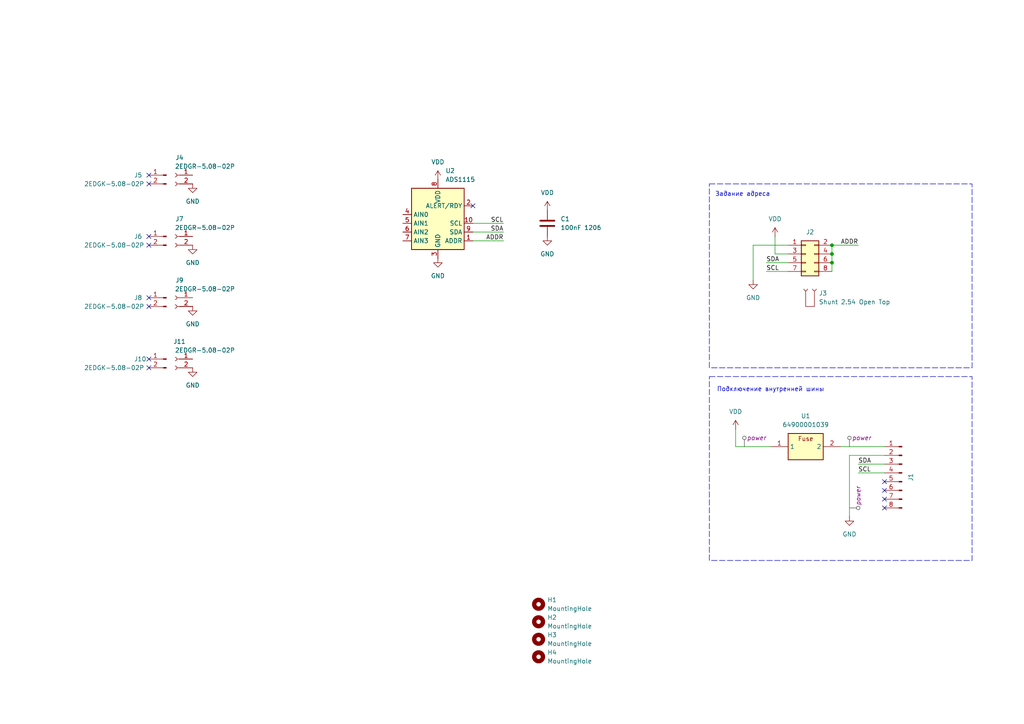
<source format=kicad_sch>
(kicad_sch (version 20231120) (generator "eeschema") (generator_version "8.0")
  (paper "A4")
  (lib_symbols
    (symbol "Mechanical:MountingHole" (pin_names (offset 1.016)) (exclude_from_sim yes) (in_bom no)
      (property "Reference" "H" (at 0 5.08 0))
      (property "Value" "MountingHole" (at 0 3.175 0))
      (symbol "MountingHole_0_1"
        (circle (center 0 0) (radius 1.27) (stroke (width 1.27)))
      )
    )
    (symbol "kicad_inventree_lib:ADS1115"
      (property "Reference" "U" (at 2.54 13.97 0))
      (property "Value" "ADS1115" (at 7.62 11.43 0))
      (symbol "ADS1115_0_1"
        (rectangle (start -7.62 10.16) (end 7.62 -7.62) (stroke (width 0.254)) (fill (type background)))
      )
      (symbol "ADS1115_1_1"
        (pin input line (at 10.16 -5.08 180) (length 2.54) (name "ADDR") (number "1"))
        (pin input line (at 10.16 0 180) (length 2.54) (name "SCL") (number "10"))
        (pin output line (at 10.16 5.08 180) (length 2.54) (name "ALERT/RDY") (number "2"))
        (pin power_in line (at 0 -10.16 90) (length 2.54) (name "GND") (number "3"))
        (pin input line (at -10.16 2.54 0) (length 2.54) (name "AIN0") (number "4"))
        (pin input line (at -10.16 0 0) (length 2.54) (name "AIN1") (number "5"))
        (pin input line (at -10.16 -2.54 0) (length 2.54) (name "AIN2") (number "6"))
        (pin input line (at -10.16 -5.08 0) (length 2.54) (name "AIN3") (number "7"))
        (pin power_in line (at 0 12.7 270) (length 2.54) (name "VDD") (number "8"))
        (pin bidirectional line (at 10.16 -2.54 180) (length 2.54) (name "SDA") (number "9"))
      )
    )
    (symbol "kicad_inventree_lib:C_100nF_1206" (pin_numbers hide) (pin_names (offset 0.254))
      (property "Reference" "C" (at 0.635 2.54 0))
      (property "Value" "100nF 1206" (at 0.635 -2.54 0))
      (symbol "C_100nF_1206_0_1"
        (polyline (pts (xy -2.032 -0.762) (xy 2.032 -0.762)) (stroke (width 0.508)))
        (polyline (pts (xy -2.032 0.762) (xy 2.032 0.762)) (stroke (width 0.508)))
      )
      (symbol "C_100nF_1206_1_1"
        (pin passive line (at 0 3.81 270) (length 2.794) (name "~") (number "1"))
        (pin passive line (at 0 -3.81 90) (length 2.794) (name "~") (number "2"))
      )
    )
    (symbol "kicad_inventree_lib:Degson_2EDGK-5.08-02P" (pin_names (offset 1.016) hide) (on_board no)
      (property "Reference" "J" (at 0 2.54 0))
      (property "Value" "2EDGK-5.08-02P" (at 0 -5.08 0))
      (symbol "Degson_2EDGK-5.08-02P_1_1"
        (rectangle (start -4.2164 -2.413) (end -5.08 -2.667) (stroke (width 0.1524)) (fill (type outline)))
        (rectangle (start -4.2164 0.127) (end -5.08 -0.127) (stroke (width 0.1524)) (fill (type outline)))
        (polyline (pts (xy -3.81 -2.54) (xy -4.2164 -2.54)) (stroke (width 0.1524)))
        (polyline (pts (xy -3.81 0) (xy -4.2164 0)) (stroke (width 0.1524)))
        (pin passive line (at 0 0 180) (length 3.81) (name "Pin_1") (number "1"))
        (pin passive line (at 0 -2.54 180) (length 3.81) (name "Pin_2") (number "2"))
      )
    )
    (symbol "kicad_inventree_lib:Degson_2EDGR-5.08-02P" (pin_names (offset 1.016) hide)
      (property "Reference" "J" (at 0 2.54 0))
      (property "Value" "2EDGR-5.08-02P" (at 0 -5.08 0))
      (symbol "Degson_2EDGR-5.08-02P_1_1"
        (arc (start 0 -2.032) (mid -0.5058 -2.54) (end 0 -3.048) (stroke (width 0.1524)))
        (polyline (pts (xy -1.27 -2.54) (xy -0.508 -2.54)) (stroke (width 0.1524)))
        (polyline (pts (xy -1.27 0) (xy -0.508 0)) (stroke (width 0.1524)))
        (arc (start 0 0.508) (mid -0.5058 0) (end 0 -0.508) (stroke (width 0.1524)))
        (pin passive line (at -5.08 0 0) (length 3.81) (name "Pin_1") (number "1"))
        (pin passive line (at -5.08 -2.54 0) (length 3.81) (name "Pin_2") (number "2"))
      )
    )
    (symbol "kicad_inventree_lib:Fuseholder"
      (property "Reference" "U" (at -0.762 5.588 0))
      (property "Value" "64900001039" (at -6.35 3.302 0))
      (symbol "Fuseholder_1_1"
        (rectangle (start -5.08 0) (end 5.08 -7.62) (stroke (width 0.254)) (fill (type background)))
        (text "Fuse" (at 0 -1.524 0) (effects (font (size 1.27 1.27))))
        (pin passive line (at -10.16 -3.81 0) (length 5.08) (name "1") (number "1"))
        (pin passive line (at 10.16 -3.81 180) (length 5.08) (name "2") (number "2"))
      )
    )
    (symbol "kicad_inventree_lib:PinHeader P2.54 01x08 THT Angle" (pin_names (offset 1.016) hide)
      (property "Reference" "J" (at 0 10.16 0))
      (property "Value" "PinHeader P2.54 01x08 THT Angle" (at 0 -12.7 0))
      (symbol "PinHeader P2.54 01x08 THT Angle_1_1"
        (polyline (pts (xy 1.27 -10.16) (xy 0.8636 -10.16)) (stroke (width 0.1524)))
        (polyline (pts (xy 1.27 -7.62) (xy 0.8636 -7.62)) (stroke (width 0.1524)))
        (polyline (pts (xy 1.27 -5.08) (xy 0.8636 -5.08)) (stroke (width 0.1524)))
        (polyline (pts (xy 1.27 -2.54) (xy 0.8636 -2.54)) (stroke (width 0.1524)))
        (polyline (pts (xy 1.27 0) (xy 0.8636 0)) (stroke (width 0.1524)))
        (polyline (pts (xy 1.27 2.54) (xy 0.8636 2.54)) (stroke (width 0.1524)))
        (polyline (pts (xy 1.27 5.08) (xy 0.8636 5.08)) (stroke (width 0.1524)))
        (polyline (pts (xy 1.27 7.62) (xy 0.8636 7.62)) (stroke (width 0.1524)))
        (rectangle (start 0.8636 -10.033) (end 0 -10.287) (stroke (width 0.1524)) (fill (type outline)))
        (rectangle (start 0.8636 -7.493) (end 0 -7.747) (stroke (width 0.1524)) (fill (type outline)))
        (rectangle (start 0.8636 -4.953) (end 0 -5.207) (stroke (width 0.1524)) (fill (type outline)))
        (rectangle (start 0.8636 -2.413) (end 0 -2.667) (stroke (width 0.1524)) (fill (type outline)))
        (rectangle (start 0.8636 0.127) (end 0 -0.127) (stroke (width 0.1524)) (fill (type outline)))
        (rectangle (start 0.8636 2.667) (end 0 2.413) (stroke (width 0.1524)) (fill (type outline)))
        (rectangle (start 0.8636 5.207) (end 0 4.953) (stroke (width 0.1524)) (fill (type outline)))
        (rectangle (start 0.8636 7.747) (end 0 7.493) (stroke (width 0.1524)) (fill (type outline)))
        (pin passive line (at 5.08 7.62 180) (length 3.81) (name "Pin_1") (number "1"))
        (pin passive line (at 5.08 5.08 180) (length 3.81) (name "Pin_2") (number "2"))
        (pin passive line (at 5.08 2.54 180) (length 3.81) (name "Pin_3") (number "3"))
        (pin passive line (at 5.08 0 180) (length 3.81) (name "Pin_4") (number "4"))
        (pin passive line (at 5.08 -2.54 180) (length 3.81) (name "Pin_5") (number "5"))
        (pin passive line (at 5.08 -5.08 180) (length 3.81) (name "Pin_6") (number "6"))
        (pin passive line (at 5.08 -7.62 180) (length 3.81) (name "Pin_7") (number "7"))
        (pin passive line (at 5.08 -10.16 180) (length 3.81) (name "Pin_8") (number "8"))
      )
    )
    (symbol "kicad_inventree_lib:PinHeader P2.54 02x04 SMD Straight" (pin_names (offset 1.016) hide)
      (property "Reference" "J" (at 1.27 5.08 0))
      (property "Value" "PinHeader P2.54 02x04 SMD Straight" (at 1.27 -7.62 0))
      (symbol "PinHeader P2.54 02x04 SMD Straight_1_1"
        (rectangle (start -1.27 -4.953) (end 0 -5.207) (stroke (width 0.1524)))
        (rectangle (start -1.27 -2.413) (end 0 -2.667) (stroke (width 0.1524)))
        (rectangle (start -1.27 0.127) (end 0 -0.127) (stroke (width 0.1524)))
        (rectangle (start -1.27 2.667) (end 0 2.413) (stroke (width 0.1524)))
        (rectangle (start -1.27 3.81) (end 3.81 -6.35) (stroke (width 0.254)) (fill (type background)))
        (rectangle (start 3.81 -4.953) (end 2.54 -5.207) (stroke (width 0.1524)))
        (rectangle (start 3.81 -2.413) (end 2.54 -2.667) (stroke (width 0.1524)))
        (rectangle (start 3.81 0.127) (end 2.54 -0.127) (stroke (width 0.1524)))
        (rectangle (start 3.81 2.667) (end 2.54 2.413) (stroke (width 0.1524)))
        (pin passive line (at -5.08 2.54 0) (length 3.81) (name "Pin_1") (number "1"))
        (pin passive line (at 7.62 2.54 180) (length 3.81) (name "Pin_2") (number "2"))
        (pin passive line (at -5.08 0 0) (length 3.81) (name "Pin_3") (number "3"))
        (pin passive line (at 7.62 0 180) (length 3.81) (name "Pin_4") (number "4"))
        (pin passive line (at -5.08 -2.54 0) (length 3.81) (name "Pin_5") (number "5"))
        (pin passive line (at 7.62 -2.54 180) (length 3.81) (name "Pin_6") (number "6"))
        (pin passive line (at -5.08 -5.08 0) (length 3.81) (name "Pin_7") (number "7"))
        (pin passive line (at 7.62 -5.08 180) (length 3.81) (name "Pin_8") (number "8"))
      )
    )
    (symbol "kicad_inventree_lib:Shunt 2.54 Open Top" (on_board no)
      (property "Reference" "J" (at 0 0 0))
      (property "Value" "Shunt 2.54 Open Top" (at 0 0 0))
      (symbol "Shunt 2.54 Open Top_0_1"
        (polyline (pts (xy -0.508 -2.54) (xy -5.08 -2.54) (xy -5.08 -5.08) (xy -0.508 -5.08)))
      )
      (symbol "Shunt 2.54 Open Top_1_1"
        (arc (start -0.0022 -4.572) (mid -0.508 -5.08) (end -0.0022 -5.588) (stroke (width 0.1524)))
        (arc (start 0 -2.032) (mid -0.5058 -2.54) (end 0 -3.048) (stroke (width 0.1524)))
      )
    )
    (symbol "power:GND" (power) (pin_numbers hide) (pin_names (offset 0) hide)
      (property "Value" "GND" (at 0 -3.81 0))
      (symbol "GND_0_1"
        (polyline (pts (xy 0 0) (xy 0 -1.27) (xy 1.27 -1.27) (xy 0 -2.54) (xy -1.27 -1.27) (xy 0 -1.27)))
      )
      (symbol "GND_1_1"
        (pin power_in line (at 0 0 270) (length 0) (name "~") (number "1"))
      )
    )
    (symbol "power:VDD" (power) (pin_numbers hide) (pin_names (offset 0) hide)
      (property "Value" "VDD" (at 0 3.556 0))
      (symbol "VDD_0_1"
        (polyline (pts (xy -0.762 1.27) (xy 0 2.54)))
        (polyline (pts (xy 0 0) (xy 0 2.54)))
        (polyline (pts (xy 0 2.54) (xy 0.762 1.27)))
      )
      (symbol "VDD_1_1"
        (pin power_in line (at 0 0 90) (length 0) (name "~") (number "1"))
      )
    )
  )
  (junction (at 241.3 71.12))
  (junction (at 241.3 76.2))
  (junction (at 241.3 73.66))
  (no_connect (at 43.18 106.68))
  (no_connect (at 43.18 53.34))
  (no_connect (at 43.18 71.12))
  (no_connect (at 256.54 139.7))
  (no_connect (at 256.54 144.78))
  (no_connect (at 43.18 88.9))
  (no_connect (at 256.54 142.24))
  (no_connect (at 256.54 147.32))
  (no_connect (at 43.18 86.36))
  (no_connect (at 43.18 68.58))
  (no_connect (at 137.16 59.69))
  (no_connect (at 43.18 104.14))
  (no_connect (at 43.18 50.8))
  (wire (pts (xy 213.36 129.54) (xy 223.52 129.54)))
  (wire (pts (xy 137.16 67.31) (xy 146.05 67.31)))
  (wire (pts (xy 241.3 71.12) (xy 241.3 73.66)))
  (wire (pts (xy 224.79 73.66) (xy 228.6 73.66)))
  (wire (pts (xy 241.3 71.12) (xy 248.92 71.12)))
  (wire (pts (xy 224.79 68.58) (xy 224.79 73.66)))
  (wire (pts (xy 246.38 132.08) (xy 246.38 149.86)))
  (wire (pts (xy 248.92 137.16) (xy 256.54 137.16)))
  (wire (pts (xy 222.25 78.74) (xy 228.6 78.74)))
  (wire (pts (xy 218.44 81.28) (xy 218.44 71.12)))
  (wire (pts (xy 248.92 134.62) (xy 256.54 134.62)))
  (wire (pts (xy 222.25 76.2) (xy 228.6 76.2)))
  (wire (pts (xy 137.16 69.85) (xy 146.05 69.85)))
  (wire (pts (xy 256.54 132.08) (xy 246.38 132.08)))
  (wire (pts (xy 213.36 129.54) (xy 213.36 124.46)))
  (wire (pts (xy 241.3 76.2) (xy 241.3 78.74)))
  (wire (pts (xy 243.84 129.54) (xy 256.54 129.54)))
  (wire (pts (xy 137.16 64.77) (xy 146.05 64.77)))
  (wire (pts (xy 241.3 73.66) (xy 241.3 76.2)))
  (wire (pts (xy 218.44 71.12) (xy 228.6 71.12)))
  (rectangle (start 205.74 109.22) (end 281.94 162.56) (stroke (width 0) (type dash)))
  (rectangle (start 205.74 53.34) (end 281.94 106.68) (stroke (width 0) (type dash)))
  (text "Подключение внутренней шины" (at 223.52 113.03 0) (effects (font (size 1.27 1.27))))
  (text "Задание адреса" (at 215.392 56.388 0) (effects (font (size 1.27 1.27))))
  (label "ADDR" (at 146.05 69.85 180))
  (label "SCL" (at 146.05 64.77 180))
  (label "SDA" (at 222.25 76.2 0))
  (label "SDA" (at 146.05 67.31 180))
  (label "SCL" (at 248.92 137.16 0))
  (label "ADDR" (at 248.92 71.12 180))
  (label "SCL" (at 222.25 78.74 0))
  (label "SDA" (at 248.92 134.62 0))
  (netclass_flag "" (length 2.54) (shape round) (at 246.38 147.32 270) (property "Netclass" "power" (at 248.92 146.6215 90) (effects (font (italic yes)) (justify left))))
  (netclass_flag "" (length 2.54) (shape round) (at 246.38 129.54 0) (property "Netclass" "power" (at 247.0785 127 0) (effects (font (italic yes)) (justify left))))
  (netclass_flag "" (length 2.54) (shape round) (at 215.9 129.54 0) (property "Netclass" "power" (at 216.5985 127 0) (effects (font (italic yes)) (justify left))))
  (symbol (lib_id "Mechanical:MountingHole") (at 156.21 180.34 0) (unit 1) (exclude_from_sim yes) (in_bom no)
    (property "Reference" "H2" (at 158.75 179.0699 0) (effects (justify left)))
    (property "Value" "MountingHole" (at 158.75 181.6099 0) (effects (justify left)))
    (property "Footprint" "MountingHole:MountingHole_3.2mm_M3" (effects (hide yes)))
    (property "Description" "Mounting Hole without connection" (effects (hide yes)))
  )
  (symbol (lib_id "kicad_inventree_lib:PinHeader P2.54 01x08 THT Angle") (at 261.62 137.16 0) (mirror y) (unit 1)
    (property "Reference" "J1" (at 264.16 138.43 90))
    (property "Value" "PinHeader P2.54 01x08 THT Angle" (effects (hide yes)))
    (property "Footprint" "Connector_PinHeader_2.54mm:PinHeader_1x08_P2.54mm_Horizontal" (effects (hide yes)))
    (property "Datasheet" "http://inventree.network/part/11/" (effects (hide yes)))
    (property "Description" "Generic connector, single row, 01x08, script generated" (effects (hide yes)))
    (property "part_ipn" "PinHeader P2.54 01x08 THT Angle" (effects (hide yes)))
  )
  (symbol (lib_id "kicad_inventree_lib:Degson_2EDGR-5.08-02P") (at 50.8 68.58 0) (mirror y) (unit 1)
    (property "Reference" "J7" (at 52.07 63.5 0))
    (property "Value" "2EDGR-5.08-02P" (at 59.436 66.04 0))
    (property "Footprint" "NextPCB:Degson_2EDGR-5.08-02P" (effects (hide yes)))
    (property "Datasheet" "http://inventree.network/part/45/" (effects (hide yes)))
    (property "Description" "Generic connector, single row, 01x02, script generated" (effects (hide yes)))
    (property "NextPCB_url" "https://www.hqonline.com/product-detail/max-maixu--mx2edgr-5-08-02p-gn01-cu-a-1027942969" (effects (hide yes)))
    (property "NextPCB_price" "0.03132" (effects (hide yes)))
    (property "part_ipn" "2EDGR-5.08-02P" (effects (hide yes)))
  )
  (symbol (lib_id "kicad_inventree_lib:Fuseholder") (at 233.68 125.73 0) (unit 1)
    (property "Reference" "U1" (at 233.68 120.65 0))
    (property "Value" "64900001039" (at 233.68 123.19 0))
    (property "Footprint" "NextPCB:Fuseholder" (effects (hide yes)))
    (property "Datasheet" "http://inventree.network/part/23/" (effects (hide yes)))
    (property "Description" "5x20mm Fuseholder 6.3A 250V Littelfuse 6.3A PCB Mount Fuse Holder for 5 x 20mm Cartridge Fuse, 250 V" (effects (hide yes)))
    (property "Manufacturer_Name" "LITTELFUSE" (effects (hide yes)))
    (property "Manufacturer_Part_Number" "64900001039" (effects (hide yes)))
    (property "Mouser Part Number" "576-64900001039" (effects (hide yes)))
    (property "Mouser Price/Stock" "https://www.mouser.co.uk/ProductDetail/Littelfuse/64900001039?qs=hH%252BOa0VZEiArPloPoB86OA%3D%3D" (effects (hide yes)))
    (property "Arrow Part Number" "64900001039" (effects (hide yes)))
    (property "Arrow Price/Stock" "https://www.arrow.com/en/products/64900001039/littelfuse?region=nac" (effects (hide yes)))
    (property "NextPCB_url" "https://www.hqonline.com/product-detail/fuse-holders---clips---boxes-littelfuse-64900001039-1005256123" (effects (hide yes)))
    (property "NextPCB_price" "0.13489" (effects (hide yes)))
    (property "part_ipn" "64900001039" (effects (hide yes)))
  )
  (symbol (lib_id "power:GND") (at 55.88 71.12 0) (unit 1)
    (property "Reference" "#PWR010" (effects (hide yes)))
    (property "Value" "GND" (at 55.88 76.2 0))
    (property "Description" "Power symbol creates a global label with name \"GND\" , ground" (effects (hide yes)))
  )
  (symbol (lib_id "kicad_inventree_lib:Degson_2EDGR-5.08-02P") (at 50.8 104.14 0) (mirror y) (unit 1)
    (property "Reference" "J11" (at 52.07 99.06 0))
    (property "Value" "2EDGR-5.08-02P" (at 59.436 101.6 0))
    (property "Footprint" "NextPCB:Degson_2EDGR-5.08-02P" (effects (hide yes)))
    (property "Datasheet" "http://inventree.network/part/45/" (effects (hide yes)))
    (property "Description" "Generic connector, single row, 01x02, script generated" (effects (hide yes)))
    (property "NextPCB_url" "https://www.hqonline.com/product-detail/max-maixu--mx2edgr-5-08-02p-gn01-cu-a-1027942969" (effects (hide yes)))
    (property "NextPCB_price" "0.03132" (effects (hide yes)))
    (property "part_ipn" "2EDGR-5.08-02P" (effects (hide yes)))
  )
  (symbol (lib_id "Mechanical:MountingHole") (at 156.21 190.5 0) (unit 1) (exclude_from_sim yes) (in_bom no)
    (property "Reference" "H4" (at 158.75 189.2299 0) (effects (justify left)))
    (property "Value" "MountingHole" (at 158.75 191.7699 0) (effects (justify left)))
    (property "Footprint" "MountingHole:MountingHole_3.2mm_M3" (effects (hide yes)))
    (property "Description" "Mounting Hole without connection" (effects (hide yes)))
  )
  (symbol (lib_id "power:GND") (at 127 74.93 0) (unit 1)
    (property "Reference" "#PWR04" (effects (hide yes)))
    (property "Value" "GND" (at 127 80.01 0))
    (property "Description" "Power symbol creates a global label with name \"GND\" , ground" (effects (hide yes)))
  )
  (symbol (lib_id "power:GND") (at 55.88 106.68 0) (unit 1)
    (property "Reference" "#PWR012" (effects (hide yes)))
    (property "Value" "GND" (at 55.88 111.76 0))
    (property "Description" "Power symbol creates a global label with name \"GND\" , ground" (effects (hide yes)))
  )
  (symbol (lib_id "kicad_inventree_lib:Degson_2EDGR-5.08-02P") (at 50.8 86.36 0) (mirror y) (unit 1)
    (property "Reference" "J9" (at 52.07 81.28 0))
    (property "Value" "2EDGR-5.08-02P" (at 59.436 83.82 0))
    (property "Footprint" "NextPCB:Degson_2EDGR-5.08-02P" (effects (hide yes)))
    (property "Datasheet" "http://inventree.network/part/45/" (effects (hide yes)))
    (property "Description" "Generic connector, single row, 01x02, script generated" (effects (hide yes)))
    (property "NextPCB_url" "https://www.hqonline.com/product-detail/max-maixu--mx2edgr-5-08-02p-gn01-cu-a-1027942969" (effects (hide yes)))
    (property "NextPCB_price" "0.03132" (effects (hide yes)))
    (property "part_ipn" "2EDGR-5.08-02P" (effects (hide yes)))
  )
  (symbol (lib_id "power:GND") (at 158.75 68.58 0) (unit 1)
    (property "Reference" "#PWR08" (effects (hide yes)))
    (property "Value" "GND" (at 158.75 73.66 0))
    (property "Description" "Power symbol creates a global label with name \"GND\" , ground" (effects (hide yes)))
  )
  (symbol (lib_id "kicad_inventree_lib:PinHeader P2.54 02x04 SMD Straight") (at 233.68 73.66 0) (unit 1)
    (property "Reference" "J2" (at 234.95 67.31 0))
    (property "Value" "PinHeader P2.54 02x04 SMD Straight" (effects (hide yes)))
    (property "Footprint" "Connector_PinHeader_2.54mm:PinHeader_2x04_P2.54mm_Vertical_SMD" (effects (hide yes)))
    (property "Datasheet" "http://inventree.network/part/43/" (effects (hide yes)))
    (property "Description" "Generic connector, double row, 02x04, odd/even pin numbering scheme (row 1 odd numbers, row 2 even numbers), script generated (kicad-library-utils/schlib/autogen/connector/)" (effects (hide yes)))
  )
  (symbol (lib_id "power:VDD") (at 127 52.07 0) (unit 1)
    (property "Reference" "#PWR03" (effects (hide yes)))
    (property "Value" "VDD" (at 127 46.99 0))
    (property "Description" "Power symbol creates a global label with name \"VDD\"" (effects (hide yes)))
  )
  (symbol (lib_id "kicad_inventree_lib:Degson_2EDGK-5.08-02P") (at 43.18 104.14 0) (mirror y) (unit 1) (on_board no)
    (property "Reference" "J10" (at 38.862 104.14 0) (effects (justify right)))
    (property "Value" "2EDGK-5.08-02P" (at 24.384 106.68 0) (effects (justify right)))
    (property "Datasheet" "http://inventree.network/part/18/" (effects (hide yes)))
    (property "Description" "Generic connector, single row, 01x02, script generated" (effects (hide yes)))
    (property "NextPCB_url" "https://www.hqonline.com/product-detail/max-maixu--mx2edgk-5-08-02p-gn01-cu-y-a-1027943030" (effects (hide yes)))
    (property "NextPCB_price" "0.11828" (effects (hide yes)))
    (property "part_ipn" "2EDGK-5.08-02P" (effects (hide yes)))
  )
  (symbol (lib_id "power:VDD") (at 213.36 124.46 0) (unit 1)
    (property "Reference" "#PWR01" (effects (hide yes)))
    (property "Value" "VDD" (at 213.36 119.38 0))
    (property "Description" "Power symbol creates a global label with name \"VDD\"" (effects (hide yes)))
  )
  (symbol (lib_id "power:GND") (at 55.88 88.9 0) (unit 1)
    (property "Reference" "#PWR011" (effects (hide yes)))
    (property "Value" "GND" (at 55.88 93.98 0))
    (property "Description" "Power symbol creates a global label with name \"GND\" , ground" (effects (hide yes)))
  )
  (symbol (lib_id "kicad_inventree_lib:C_100nF_1206") (at 158.75 64.77 0) (unit 1)
    (property "Reference" "C1" (at 162.56 63.4999 0) (effects (justify left)))
    (property "Value" "100nF 1206" (at 162.56 66.0399 0) (effects (justify left)))
    (property "Footprint" "Capacitor_SMD:C_1206_3216Metric_Pad1.33x1.80mm_HandSolder" (effects (hide yes)))
    (property "Datasheet" "http://inventree.network/part/44/" (effects (hide yes)))
    (property "Description" "Unpolarized capacitor" (effects (hide yes)))
    (property "part_ipn" "C_100nF_1206" (effects (hide yes)))
  )
  (symbol (lib_id "power:VDD") (at 224.79 68.58 0) (unit 1)
    (property "Reference" "#PWR06" (effects (hide yes)))
    (property "Value" "VDD" (at 224.79 63.5 0))
    (property "Description" "Power symbol creates a global label with name \"VDD\"" (effects (hide yes)))
  )
  (symbol (lib_id "kicad_inventree_lib:Degson_2EDGK-5.08-02P") (at 43.18 68.58 0) (mirror y) (unit 1) (on_board no)
    (property "Reference" "J6" (at 38.862 68.58 0) (effects (justify right)))
    (property "Value" "2EDGK-5.08-02P" (at 24.384 71.12 0) (effects (justify right)))
    (property "Datasheet" "http://inventree.network/part/18/" (effects (hide yes)))
    (property "Description" "Generic connector, single row, 01x02, script generated" (effects (hide yes)))
    (property "NextPCB_url" "https://www.hqonline.com/product-detail/max-maixu--mx2edgk-5-08-02p-gn01-cu-y-a-1027943030" (effects (hide yes)))
    (property "NextPCB_price" "0.11828" (effects (hide yes)))
    (property "part_ipn" "2EDGK-5.08-02P" (effects (hide yes)))
  )
  (symbol (lib_id "kicad_inventree_lib:Degson_2EDGR-5.08-02P") (at 50.8 50.8 0) (mirror y) (unit 1)
    (property "Reference" "J4" (at 52.07 45.72 0))
    (property "Value" "2EDGR-5.08-02P" (at 59.436 48.26 0))
    (property "Footprint" "NextPCB:Degson_2EDGR-5.08-02P" (effects (hide yes)))
    (property "Datasheet" "http://inventree.network/part/45/" (effects (hide yes)))
    (property "Description" "Generic connector, single row, 01x02, script generated" (effects (hide yes)))
    (property "NextPCB_url" "https://www.hqonline.com/product-detail/max-maixu--mx2edgr-5-08-02p-gn01-cu-a-1027942969" (effects (hide yes)))
    (property "NextPCB_price" "0.03132" (effects (hide yes)))
    (property "part_ipn" "2EDGR-5.08-02P" (effects (hide yes)))
  )
  (symbol (lib_id "kicad_inventree_lib:ADS1115") (at 127 64.77 0) (unit 1)
    (property "Reference" "U2" (at 129.1941 49.53 0) (effects (justify left)))
    (property "Value" "ADS1115" (at 129.1941 52.07 0) (effects (justify left)))
    (property "Footprint" "Package_SO:TSSOP-10_3x3mm_P0.5mm" (effects (hide yes)))
    (property "Datasheet" "http://inventree.network/part/42/" (effects (hide yes)))
    (property "Description" "Ultra-Small, Low-Power, I2C-Compatible, 3.3-kSPS, 12-Bit ADCs With Internal Reference, Oscillator, and Programmable Comparator, VSSOP-10" (effects (hide yes)))
    (property "part_ipn" "http://inventree.network/part/42/" (effects (hide yes)))
  )
  (symbol (lib_id "kicad_inventree_lib:Degson_2EDGK-5.08-02P") (at 43.18 86.36 0) (mirror y) (unit 1) (on_board no)
    (property "Reference" "J8" (at 38.862 86.36 0) (effects (justify right)))
    (property "Value" "2EDGK-5.08-02P" (at 24.384 88.9 0) (effects (justify right)))
    (property "Datasheet" "http://inventree.network/part/18/" (effects (hide yes)))
    (property "Description" "Generic connector, single row, 01x02, script generated" (effects (hide yes)))
    (property "NextPCB_url" "https://www.hqonline.com/product-detail/max-maixu--mx2edgk-5-08-02p-gn01-cu-y-a-1027943030" (effects (hide yes)))
    (property "NextPCB_price" "0.11828" (effects (hide yes)))
    (property "part_ipn" "2EDGK-5.08-02P" (effects (hide yes)))
  )
  (symbol (lib_id "kicad_inventree_lib:Degson_2EDGK-5.08-02P") (at 43.18 50.8 0) (mirror y) (unit 1) (on_board no)
    (property "Reference" "J5" (at 38.862 50.8 0) (effects (justify right)))
    (property "Value" "2EDGK-5.08-02P" (at 24.384 53.34 0) (effects (justify right)))
    (property "Datasheet" "http://inventree.network/part/18/" (effects (hide yes)))
    (property "Description" "Generic connector, single row, 01x02, script generated" (effects (hide yes)))
    (property "NextPCB_url" "https://www.hqonline.com/product-detail/max-maixu--mx2edgk-5-08-02p-gn01-cu-y-a-1027943030" (effects (hide yes)))
    (property "NextPCB_price" "0.11828" (effects (hide yes)))
    (property "part_ipn" "2EDGK-5.08-02P" (effects (hide yes)))
  )
  (symbol (lib_id "Mechanical:MountingHole") (at 156.21 175.26 0) (unit 1) (exclude_from_sim yes) (in_bom no)
    (property "Reference" "H1" (at 158.75 173.9899 0) (effects (justify left)))
    (property "Value" "MountingHole" (at 158.75 176.5299 0) (effects (justify left)))
    (property "Footprint" "MountingHole:MountingHole_3.2mm_M3" (effects (hide yes)))
    (property "Description" "Mounting Hole without connection" (effects (hide yes)))
  )
  (symbol (lib_id "power:GND") (at 246.38 149.86 0) (unit 1)
    (property "Reference" "#PWR02" (effects (hide yes)))
    (property "Value" "GND" (at 246.38 154.94 0))
    (property "Description" "Power symbol creates a global label with name \"GND\" , ground" (effects (hide yes)))
  )
  (symbol (lib_id "power:VDD") (at 158.75 60.96 0) (unit 1)
    (property "Reference" "#PWR07" (effects (hide yes)))
    (property "Value" "VDD" (at 158.75 55.88 0))
    (property "Description" "Power symbol creates a global label with name \"VDD\"" (effects (hide yes)))
  )
  (symbol (lib_id "power:GND") (at 218.44 81.28 0) (unit 1)
    (property "Reference" "#PWR05" (effects (hide yes)))
    (property "Value" "GND" (at 218.44 86.36 0))
    (property "Description" "Power symbol creates a global label with name \"GND\" , ground" (effects (hide yes)))
  )
  (symbol (lib_id "kicad_inventree_lib:Shunt 2.54 Open Top") (at 231.14 83.82 90) (unit 1) (on_board no)
    (property "Reference" "J3" (at 237.49 85.0518 90) (effects (justify right)))
    (property "Value" "Shunt 2.54 Open Top" (at 237.49 87.5918 90) (effects (justify right)))
    (property "Datasheet" "http://inventree.network/part/25/" (effects (hide yes)))
    (property "part_ipn" "Shunt 2.54 Open Top" (effects (hide yes)))
  )
  (symbol (lib_id "power:GND") (at 55.88 53.34 0) (unit 1)
    (property "Reference" "#PWR09" (effects (hide yes)))
    (property "Value" "GND" (at 55.88 58.42 0))
    (property "Description" "Power symbol creates a global label with name \"GND\" , ground" (effects (hide yes)))
  )
  (symbol (lib_id "Mechanical:MountingHole") (at 156.21 185.42 0) (unit 1) (exclude_from_sim yes) (in_bom no)
    (property "Reference" "H3" (at 158.75 184.1499 0) (effects (justify left)))
    (property "Value" "MountingHole" (at 158.75 186.6899 0) (effects (justify left)))
    (property "Footprint" "MountingHole:MountingHole_3.2mm_M3" (effects (hide yes)))
    (property "Description" "Mounting Hole without connection" (effects (hide yes)))
  )
)
</source>
